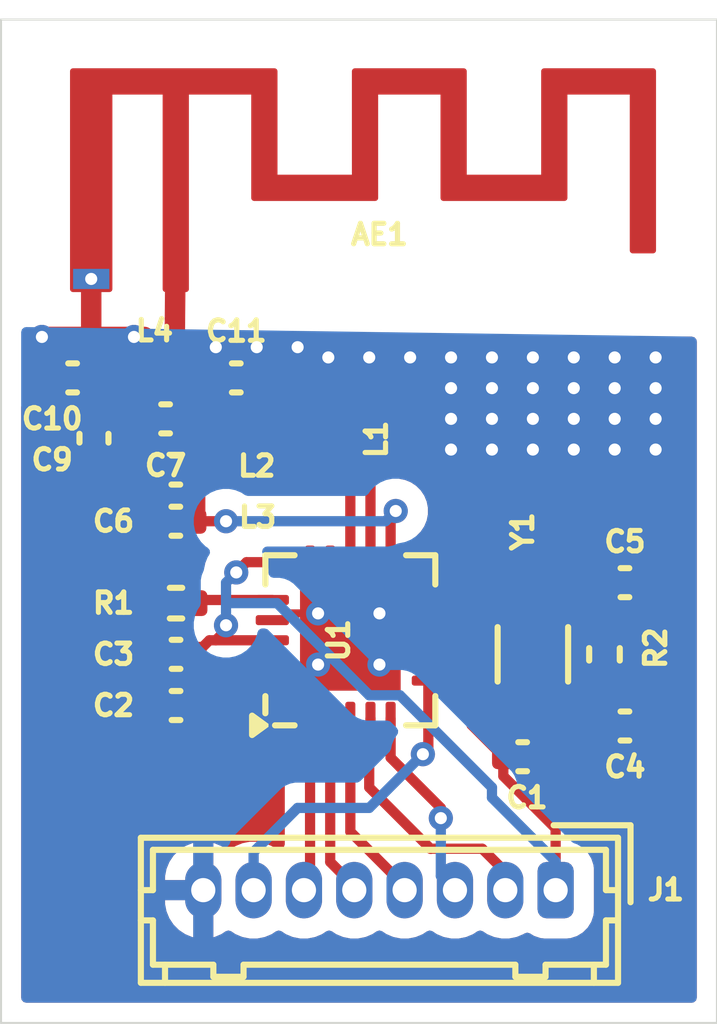
<source format=kicad_pcb>
(kicad_pcb (version 20241229) (generator "pcbnew") (generator_version "9.0")
  (layers (0 "F.Cu" signal) (2 "B.Cu" signal) (13 "F.Paste" user) (15 "B.Paste" user) (5 "F.SilkS" user "F.Silkscreen") (7 "B.SilkS" user "B.Silkscreen") (1 "F.Mask" user) (3 "B.Mask" user) (25 "Edge.Cuts" user))
  (net 0 "")
  (net 1 "Net-(AE1-A)")
  (net 2 "GND")
  (net 3 "VDD")
  (net 4 "Net-(U1-DVDD)")
  (net 5 "Net-(U1-XC2)")
  (net 6 "Net-(U1-XC1)")
  (net 7 "Net-(U1-VDD_PA)")
  (net 8 "Net-(C10-Pad1)")
  (net 9 "Net-(C7-Pad1)")
  (net 10 "Net-(J1-Pin_3)")
  (net 11 "Net-(J1-Pin_4)")
  (net 12 "Net-(J1-Pin_7)")
  (net 13 "Net-(J1-Pin_2)")
  (net 14 "Net-(J1-Pin_6)")
  (net 15 "Net-(J1-Pin_5)")
  (net 16 "Net-(U1-ANT1)")
  (net 17 "Net-(U1-ANT2)")
  (net 18 "Net-(U1-IREF)")
  (footprint "Capacitor_SMD:C_0402_1005Metric" (layer "F.Cu") (at 82.296 56.642)
    (property "Reference" "C5" (at 0 -1.016 0) (layer "F.SilkS") (effects (font (size 0.508 0.508) (thickness 0.1524))))
    (property "Value" "22pF")
    (fp_line (start -0.107836 -0.36) (end 0.107836 -0.36) (stroke (width 0.1524)) (layer "F.SilkS"))
    (fp_line (start -0.107836 0.36) (end 0.107836 0.36) (stroke (width 0.1524)) (layer "F.SilkS"))
    (pad "1" smd roundrect (at -0.48 0) (size 0.56 0.62) (layers "F.Cu" "F.Mask" "F.Paste") (net 6 "Net-(U1-XC1)"))
    (pad "2" smd roundrect (at 0.48 0) (size 0.56 0.62) (layers "F.Cu" "F.Mask" "F.Paste") (net 2 "GND"))
  )
  (footprint "Inductor_SMD:L_0402_1005Metric" (layer "F.Cu") (at 73.152 52.578 180)
    (property "Reference" "L2" (at 0 -1.17 0) (layer "F.SilkS") (effects (font (size 0.508 0.508) (thickness 0.1524))))
    (property "Value" "3n9")
    (pad "1" smd roundrect (at -0.485 0 180) (size 0.59 0.64) (layers "F.Cu" "F.Mask" "F.Paste") (net 16 "Net-(U1-ANT1)"))
    (pad "2" smd roundrect (at 0.485 0 180) (size 0.59 0.64) (layers "F.Cu" "F.Mask" "F.Paste") (net 9 "Net-(C7-Pad1)"))
  )
  (footprint "Inductor_SMD:L_0402_1005Metric" (layer "F.Cu") (at 74.953 53.086 -90)
    (property "Reference" "L1" (at 0 -1.17 90) (layer "F.SilkS") (effects (font (size 0.508 0.508) (thickness 0.1524))))
    (property "Value" "8n2")
    (pad "1" smd roundrect (at -0.485 0 270) (size 0.59 0.64) (layers "F.Cu" "F.Mask" "F.Paste") (net 16 "Net-(U1-ANT1)"))
    (pad "2" smd roundrect (at 0.485 0 270) (size 0.59 0.64) (layers "F.Cu" "F.Mask" "F.Paste") (net 17 "Net-(U1-ANT2)"))
  )
  (footprint "Capacitor_SMD:C_0402_1005Metric" (layer "F.Cu") (at 72.644 51.562)
    (property "Reference" "C11" (at 0 -1.16 0) (layer "F.SilkS") (effects (font (size 0.508 0.508) (thickness 0.1524))))
    (property "Value" "cx")
    (fp_line (start -0.107836 -0.36) (end 0.107836 -0.36) (stroke (width 0.1524)) (layer "F.SilkS"))
    (fp_line (start -0.107836 0.36) (end 0.107836 0.36) (stroke (width 0.1524)) (layer "F.SilkS"))
    (pad "1" smd roundrect (at -0.48 0) (size 0.56 0.62) (layers "F.Cu" "F.Mask" "F.Paste") (net 1 "Net-(AE1-A)"))
    (pad "2" smd roundrect (at 0.48 0) (size 0.56 0.62) (layers "F.Cu" "F.Mask" "F.Paste") (net 2 "GND"))
  )
  (footprint "Capacitor_SMD:C_0402_1005Metric" (layer "F.Cu") (at 69.111 53.058 -90)
    (property "Reference" "C9" (at 0.536 1.039 180) (layer "F.SilkS") (effects (font (size 0.508 0.508) (thickness 0.1524))))
    (property "Value" "1p")
    (fp_line (start -0.107836 0.36) (end 0.107836 0.36) (stroke (width 0.1524)) (layer "F.SilkS"))
    (fp_line (start -0.107836 -0.36) (end 0.107836 -0.36) (stroke (width 0.1524)) (layer "F.SilkS"))
    (pad "1" smd roundrect (at -0.48 0 270) (size 0.56 0.62) (layers "F.Cu" "F.Mask" "F.Paste") (net 8 "Net-(C10-Pad1)"))
    (pad "2" smd roundrect (at 0.48 0 270) (size 0.56 0.62) (layers "F.Cu" "F.Mask" "F.Paste") (net 2 "GND"))
  )
  (footprint "Capacitor_SMD:C_0402_1005Metric" (layer "F.Cu") (at 71.148 58.42 180)
    (property "Reference" "C3" (at 1.552 0 0) (layer "F.SilkS") (effects (font (size 0.508 0.508) (thickness 0.1524))))
    (property "Value" "10n")
    (fp_line (start -0.107836 0.36) (end 0.107836 0.36) (stroke (width 0.1524)) (layer "F.SilkS"))
    (fp_line (start -0.107836 -0.36) (end 0.107836 -0.36) (stroke (width 0.1524)) (layer "F.SilkS"))
    (pad "1" smd roundrect (at -0.48 0 180) (size 0.56 0.62) (layers "F.Cu" "F.Mask" "F.Paste") (net 3 "VDD"))
    (pad "2" smd roundrect (at 0.48 0 180) (size 0.56 0.62) (layers "F.Cu" "F.Mask" "F.Paste") (net 2 "GND"))
  )
  (footprint "Connector_Hirose:Hirose_DF13-08P-1.25DSA_1x08_P1.25mm_Vertical" (layer "F.Cu") (at 80.575 64.27 180)
    (property "Reference" "J1" (at -2.737 0.008 0) (layer "F.SilkS") (effects (font (size 0.508 0.508) (thickness 0.1524))))
    (property "Value" "Conn_01x08_Pin")
    (fp_line (start 10.3 1.3) (end 10.3 -2.3) (stroke (width 0.1524)) (layer "F.SilkS"))
    (fp_line (start 10.3 -0.75) (end 10 -0.75) (stroke (width 0.1524)) (layer "F.SilkS"))
    (fp_line (start 10.3 -2.3) (end -1.55 -2.3) (stroke (width 0.1524)) (layer "F.SilkS"))
    (fp_line (start 10 1) (end 10 0) (stroke (width 0.1524)) (layer "F.SilkS"))
    (fp_line (start 10 0) (end 10.3 0) (stroke (width 0.1524)) (layer "F.SilkS"))
    (fp_line (start 10 -0.75) (end 10 -1.85) (stroke (width 0.1524)) (layer "F.SilkS"))
    (fp_line (start 10 -1.85) (end 9.7 -1.85) (stroke (width 0.1524)) (layer "F.SilkS"))
    (fp_line (start 9.7 -1.85) (end 9.7 -2.3) (stroke (width 0.1524)) (layer "F.SilkS"))
    (fp_line (start 8.5 -1.85) (end 9.7 -1.85) (stroke (width 0.1524)) (layer "F.SilkS"))
    (fp_line (start 8.5 -2.15) (end 8.5 -1.85) (stroke (width 0.1524)) (layer "F.SilkS"))
    (fp_line (start 7.75 -1.85) (end 7.75 -2.15) (stroke (width 0.1524)) (layer "F.SilkS"))
    (fp_line (start 7.75 -2.15) (end 8.5 -2.15) (stroke (width 0.1524)) (layer "F.SilkS"))
    (fp_line (start 1 -1.85) (end 7.75 -1.85) (stroke (width 0.1524)) (layer "F.SilkS"))
    (fp_line (start 1 -2.15) (end 1 -1.85) (stroke (width 0.1524)) (layer "F.SilkS"))
    (fp_line (start 0.25 -1.85) (end 0.25 -2.15) (stroke (width 0.1524)) (layer "F.SilkS"))
    (fp_line (start 0.25 -2.15) (end 1 -2.15) (stroke (width 0.1524)) (layer "F.SilkS"))
    (fp_line (start -0.95 -1.85) (end 0.25 -1.85) (stroke (width 0.1524)) (layer "F.SilkS"))
    (fp_line (start -0.95 -1.85) (end -0.95 -2.3) (stroke (width 0.1524)) (layer "F.SilkS"))
    (fp_line (start -1.25 1) (end 10 1) (stroke (width 0.1524)) (layer "F.SilkS"))
    (fp_line (start -1.25 0) (end -1.25 1) (stroke (width 0.1524)) (layer "F.SilkS"))
    (fp_line (start -1.25 -0.75) (end -1.25 -1.85) (stroke (width 0.1524)) (layer "F.SilkS"))
    (fp_line (start -1.25 -1.85) (end -0.95 -1.85) (stroke (width 0.1524)) (layer "F.SilkS"))
    (fp_line (start -1.55 1.3) (end 10.3 1.3) (stroke (width 0.1524)) (layer "F.SilkS"))
    (fp_line (start -1.55 0) (end -1.25 0) (stroke (width 0.1524)) (layer "F.SilkS"))
    (fp_line (start -1.55 -0.75) (end -1.25 -0.75) (stroke (width 0.1524)) (layer "F.SilkS"))
    (fp_line (start -1.55 -2.3) (end -1.55 1.3) (stroke (width 0.1524)) (layer "F.SilkS"))
    (fp_line (start -1.86 1.61) (end 0.05 1.61) (stroke (width 0.1524)) (layer "F.SilkS"))
    (fp_line (start -1.86 -0.3) (end -1.86 1.61) (stroke (width 0.1524)) (layer "F.SilkS"))
    (pad "1" thru_hole roundrect (at 0 0 180) (size 0.9 1.4) (drill 0.6) (layers "*.Cu" "*.Mask") (net 3 "VDD"))
    (pad "2" thru_hole oval (at 1.25 0 180) (size 0.9 1.4) (drill 0.6) (layers "*.Cu" "*.Mask") (net 13 "Net-(J1-Pin_2)"))
    (pad "3" thru_hole oval (at 2.5 0 180) (size 0.9 1.4) (drill 0.6) (layers "*.Cu" "*.Mask") (net 10 "Net-(J1-Pin_3)"))
    (pad "4" thru_hole oval (at 3.75 0 180) (size 0.9 1.4) (drill 0.6) (layers "*.Cu" "*.Mask") (net 11 "Net-(J1-Pin_4)"))
    (pad "5" thru_hole oval (at 5 0 180) (size 0.9 1.4) (drill 0.6) (layers "*.Cu" "*.Mask") (net 15 "Net-(J1-Pin_5)"))
    (pad "6" thru_hole oval (at 6.25 0 180) (size 0.9 1.4) (drill 0.6) (layers "*.Cu" "*.Mask") (net 14 "Net-(J1-Pin_6)"))
    (pad "7" thru_hole oval (at 7.5 0 180) (size 0.9 1.4) (drill 0.6) (layers "*.Cu" "*.Mask") (net 12 "Net-(J1-Pin_7)"))
    (pad "8" thru_hole oval (at 8.75 0 180) (size 0.9 1.4) (drill 0.6) (layers "*.Cu" "*.Mask") (net 2 "GND"))
  )
  (footprint "Capacitor_SMD:C_0402_1005Metric" (layer "F.Cu") (at 71.148 59.69 180)
    (property "Reference" "C2" (at 1.552 0 0) (layer "F.SilkS") (effects (font (size 0.508 0.508) (thickness 0.1524))))
    (property "Value" "33nF")
    (fp_line (start -0.107836 0.36) (end 0.107836 0.36) (stroke (width 0.1524)) (layer "F.SilkS"))
    (fp_line (start -0.107836 -0.36) (end 0.107836 -0.36) (stroke (width 0.1524)) (layer "F.SilkS"))
    (pad "1" smd roundrect (at -0.48 0 180) (size 0.56 0.62) (layers "F.Cu" "F.Mask" "F.Paste") (net 4 "Net-(U1-DVDD)"))
    (pad "2" smd roundrect (at 0.48 0 180) (size 0.56 0.62) (layers "F.Cu" "F.Mask" "F.Paste") (net 2 "GND"))
  )
  (footprint "Package_DFN_QFN:QFN-20-1EP_4x4mm_P0.5mm_EP2.5x2.5mm" (layer "F.Cu") (at 75.477 58.0715 90)
    (property "Reference" "U1" (at 0 -0.293 90) (layer "F.SilkS") (effects (font (size 0.508 0.508) (thickness 0.1524))))
    (property "Value" "NRF24L01")
    (fp_line (start 2.11 -2.11) (end 2.11 -1.385) (stroke (width 0.1524)) (layer "F.SilkS"))
    (fp_line (start 1.385 -2.11) (end 2.11 -2.11) (stroke (width 0.1524)) (layer "F.SilkS"))
    (fp_line (start -1.385 -2.11) (end -1.81 -2.11) (stroke (width 0.1524)) (layer "F.SilkS"))
    (fp_line (start -2.11 -1.385) (end -2.11 -1.87) (stroke (width 0.1524)) (layer "F.SilkS"))
    (fp_line (start 2.11 2.11) (end 2.11 1.385) (stroke (width 0.1524)) (layer "F.SilkS"))
    (fp_line (start 1.385 2.11) (end 2.11 2.11) (stroke (width 0.1524)) (layer "F.SilkS"))
    (fp_line (start -1.385 2.11) (end -2.11 2.11) (stroke (width 0.1524)) (layer "F.SilkS"))
    (fp_line (start -2.11 2.11) (end -2.11 1.385) (stroke (width 0.1524)) (layer "F.SilkS"))
    (fp_poly (pts (xy -2.11 -2.11) (xy -2.35 -2.44) (xy -1.87 -2.44)) (stroke (width 0.1524)) (fill yes) (layer "F.SilkS"))
    (pad "1" smd roundrect (at -1.9375 -1 90) (size 0.825 0.25) (layers "F.Cu" "F.Mask" "F.Paste") (net 14 "Net-(J1-Pin_6)"))
    (pad "2" smd roundrect (at -1.9375 -0.5 90) (size 0.825 0.25) (layers "F.Cu" "F.Mask" "F.Paste") (net 15 "Net-(J1-Pin_5)"))
    (pad "3" smd roundrect (at -1.9375 0 90) (size 0.825 0.25) (layers "F.Cu" "F.Mask" "F.Paste") (net 11 "Net-(J1-Pin_4)"))
    (pad "4" smd roundrect (at -1.9375 0.5 90) (size 0.825 0.25) (layers "F.Cu" "F.Mask" "F.Paste") (net 13 "Net-(J1-Pin_2)"))
    (pad "5" smd roundrect (at -1.9375 1 90) (size 0.825 0.25) (layers "F.Cu" "F.Mask" "F.Paste") (net 10 "Net-(J1-Pin_3)"))
    (pad "6" smd roundrect (at -1 1.9375 90) (size 0.25 0.825) (layers "F.Cu" "F.Mask" "F.Paste") (net 12 "Net-(J1-Pin_7)"))
    (pad "7" smd roundrect (at -0.5 1.9375 90) (size 0.25 0.825) (layers "F.Cu" "F.Mask" "F.Paste") (net 3 "VDD"))
    (pad "8" smd roundrect (at 0 1.9375 90) (size 0.25 0.825) (layers "F.Cu" "F.Mask" "F.Paste") (net 2 "GND"))
    (pad "9" smd roundrect (at 0.5 1.9375 90) (size 0.25 0.825) (layers "F.Cu" "F.Mask" "F.Paste") (net 5 "Net-(U1-XC2)"))
    (pad "10" smd roundrect (at 1 1.9375 90) (size 0.25 0.825) (layers "F.Cu" "F.Mask" "F.Paste") (net 6 "Net-(U1-XC1)"))
    (pad "11" smd roundrect (at 1.9375 1 90) (size 0.825 0.25) (layers "F.Cu" "F.Mask" "F.Paste") (net 7 "Net-(U1-VDD_PA)"))
    (pad "12" smd roundrect (at 1.9375 0.5 90) (size 0.825 0.25) (layers "F.Cu" "F.Mask" "F.Paste") (net 16 "Net-(U1-ANT1)"))
    (pad "13" smd roundrect (at 1.9375 0 90) (size 0.825 0.25) (layers "F.Cu" "F.Mask" "F.Paste") (net 17 "Net-(U1-ANT2)"))
    (pad "14" smd roundrect (at 1.9375 -0.5 90) (size 0.825 0.25) (layers "F.Cu" "F.Mask" "F.Paste") (net 2 "GND"))
    (pad "15" smd roundrect (at 1.9375 -1 90) (size 0.825 0.25) (layers "F.Cu" "F.Mask" "F.Paste") (net 3 "VDD"))
    (pad "16" smd roundrect (at 1 -1.9375 90) (size 0.25 0.825) (layers "F.Cu" "F.Mask" "F.Paste") (net 18 "Net-(U1-IREF)"))
    (pad "17" smd roundrect (at 0.5 -1.9375 90) (size 0.25 0.825) (layers "F.Cu" "F.Mask" "F.Paste") (net 2 "GND"))
    (pad "18" smd roundrect (at 0 -1.9375 90) (size 0.25 0.825) (layers "F.Cu" "F.Mask" "F.Paste") (net 3 "VDD"))
    (pad "19" smd roundrect (at -0.5 -1.9375 90) (size 0.25 0.825) (layers "F.Cu" "F.Mask" "F.Paste") (net 4 "Net-(U1-DVDD)"))
    (pad "20" smd roundrect (at -1 -1.9375 90) (size 0.25 0.825) (layers "F.Cu" "F.Mask" "F.Paste") (net 2 "GND"))
    (pad "21" smd rect (at 0 0 90) (size 2.5 2.5) (property pad_prop_heatsink) (layers "F.Cu" "F.Mask"))
  )
  (footprint "Crystal:Crystal_SMD_3215-2Pin_3.2x1.5mm" (layer "F.Cu") (at 80.01 58.42 -90)
    (property "Reference" "Y1" (at -3.048 0.254 90) (layer "F.SilkS") (effects (font (size 0.508 0.508) (thickness 0.1524))))
    (property "Value" "16MHz")
    (fp_line (start -0.675 0.875) (end 0.675 0.875) (stroke (width 0.1524)) (layer "F.SilkS"))
    (fp_line (start -0.675 -0.875) (end 0.675 -0.875) (stroke (width 0.1524)) (layer "F.SilkS"))
    (pad "1" smd rect (at 1.25 0 270) (size 1 1.8) (layers "F.Cu" "F.Mask" "F.Paste") (net 5 "Net-(U1-XC2)"))
    (pad "2" smd rect (at -1.25 0 270) (size 1 1.8) (layers "F.Cu" "F.Mask" "F.Paste") (net 6 "Net-(U1-XC1)"))
  )
  (footprint "Capacitor_SMD:C_0402_1005Metric" (layer "F.Cu") (at 79.756 60.96)
    (property "Reference" "C1" (at 0.107836 1.016 0) (layer "F.SilkS") (effects (font (size 0.508 0.508) (thickness 0.1524))))
    (property "Value" "1n")
    (fp_line (start -0.107836 -0.36) (end 0.107836 -0.36) (stroke (width 0.1524)) (layer "F.SilkS"))
    (fp_line (start -0.107836 0.36) (end 0.107836 0.36) (stroke (width 0.1524)) (layer "F.SilkS"))
    (pad "1" smd roundrect (at -0.48 0) (size 0.56 0.62) (layers "F.Cu" "F.Mask" "F.Paste") (net 3 "VDD"))
    (pad "2" smd roundrect (at 0.48 0) (size 0.56 0.62) (layers "F.Cu" "F.Mask" "F.Paste") (net 2 "GND"))
  )
  (footprint "Capacitor_SMD:C_0402_1005Metric" (layer "F.Cu") (at 71.143 55.118 180)
    (property "Reference" "C6" (at 1.547 0 0) (layer "F.SilkS") (effects (font (size 0.508 0.508) (thickness 0.1524))))
    (property "Value" "C_Small")
    (fp_line (start -0.107836 0.36) (end 0.107836 0.36) (stroke (width 0.1524)) (layer "F.SilkS"))
    (fp_line (start -0.107836 -0.36) (end 0.107836 -0.36) (stroke (width 0.1524)) (layer "F.SilkS"))
    (pad "1" smd roundrect (at -0.48 0 180) (size 0.56 0.62) (layers "F.Cu" "F.Mask" "F.Paste") (net 7 "Net-(U1-VDD_PA)"))
    (pad "2" smd roundrect (at 0.48 0 180) (size 0.56 0.62) (layers "F.Cu" "F.Mask" "F.Paste") (net 2 "GND"))
  )
  (footprint "Resistor_SMD:R_0402_1005Metric" (layer "F.Cu") (at 71.148 57.15 180)
    (property "Reference" "R1" (at 1.552 0 0) (layer "F.SilkS") (effects (font (size 0.508 0.508) (thickness 0.1524))))
    (property "Value" "22k")
    (fp_line (start -0.153641 0.38) (end 0.153641 0.38) (stroke (width 0.1524)) (layer "F.SilkS"))
    (fp_line (start -0.153641 -0.38) (end 0.153641 -0.38) (stroke (width 0.1524)) (layer "F.SilkS"))
    (pad "1" smd roundrect (at -0.51 0 180) (size 0.54 0.64) (layers "F.Cu" "F.Mask" "F.Paste") (net 18 "Net-(U1-IREF)"))
    (pad "2" smd roundrect (at 0.51 0 180) (size 0.54 0.64) (layers "F.Cu" "F.Mask" "F.Paste") (net 2 "GND"))
  )
  (footprint "Capacitor_SMD:C_0402_1005Metric" (layer "F.Cu") (at 68.58 51.562 180)
    (property "Reference" "C10" (at 0.508 -1.016 0) (layer "F.SilkS") (effects (font (size 0.508 0.508) (thickness 0.1524))))
    (property "Value" "cx")
    (fp_line (start -0.107836 0.36) (end 0.107836 0.36) (stroke (width 0.1524)) (layer "F.SilkS"))
    (fp_line (start -0.107836 -0.36) (end 0.107836 -0.36) (stroke (width 0.1524)) (layer "F.SilkS"))
    (pad "1" smd roundrect (at -0.48 0 180) (size 0.56 0.62) (layers "F.Cu" "F.Mask" "F.Paste") (net 8 "Net-(C10-Pad1)"))
    (pad "2" smd roundrect (at 0.48 0 180) (size 0.56 0.62) (layers "F.Cu" "F.Mask" "F.Paste") (net 2 "GND"))
  )
  (footprint "Capacitor_SMD:C_0402_1005Metric" (layer "F.Cu") (at 82.296 60.198)
    (property "Reference" "C4" (at 0 1.016 0) (layer "F.SilkS") (effects (font (size 0.508 0.508) (thickness 0.1524))))
    (property "Value" "22pF")
    (fp_line (start -0.107836 -0.36) (end 0.107836 -0.36) (stroke (width 0.1524)) (layer "F.SilkS"))
    (fp_line (start -0.107836 0.36) (end 0.107836 0.36) (stroke (width 0.1524)) (layer "F.SilkS"))
    (pad "1" smd roundrect (at -0.48 0) (size 0.56 0.62) (layers "F.Cu" "F.Mask" "F.Paste") (net 5 "Net-(U1-XC2)"))
    (pad "2" smd roundrect (at 0.48 0) (size 0.56 0.62) (layers "F.Cu" "F.Mask" "F.Paste") (net 2 "GND"))
  )
  (footprint "Inductor_SMD:L_0402_1005Metric" (layer "F.Cu") (at 70.612 51.562)
    (property "Reference" "L4" (at 0 -1.17 0) (layer "F.SilkS") (effects (font (size 0.508 0.508) (thickness 0.1524))))
    (property "Value" "lx")
    (pad "1" smd roundrect (at -0.485 0) (size 0.59 0.64) (layers "F.Cu" "F.Mask" "F.Paste") (net 8 "Net-(C10-Pad1)"))
    (pad "2" smd roundrect (at 0.485 0) (size 0.59 0.64) (layers "F.Cu" "F.Mask" "F.Paste") (net 1 "Net-(AE1-A)"))
  )
  (footprint "Resistor_SMD:R_0402_1005Metric" (layer "F.Cu") (at 81.788 58.42 90)
    (property "Reference" "R2" (at 0.153641 1.27 90) (layer "F.SilkS") (effects (font (size 0.508 0.508) (thickness 0.1524))))
    (property "Value" "10M")
    (fp_line (start -0.153641 -0.38) (end 0.153641 -0.38) (stroke (width 0.1524)) (layer "F.SilkS"))
    (fp_line (start -0.153641 0.38) (end 0.153641 0.38) (stroke (width 0.1524)) (layer "F.SilkS"))
    (pad "1" smd roundrect (at -0.51 0 90) (size 0.54 0.64) (layers "F.Cu" "F.Mask" "F.Paste") (net 5 "Net-(U1-XC2)"))
    (pad "2" smd roundrect (at 0.51 0 90) (size 0.54 0.64) (layers "F.Cu" "F.Mask" "F.Paste") (net 6 "Net-(U1-XC1)"))
  )
  (footprint "RF_Antenna:Texas_SWRA117D_2.4GHz_Right" (layer "F.Cu") (at 71.142 49.107)
    (property "Reference" "AE1" (at 5.058 -1.101 0) (layer "F.SilkS") (effects (font (size 0.508 0.508) (thickness 0.1524))))
    (property "Value" "Antenna")
    (fp_poly (pts (xy 2.45 -2.51) (xy 4.45 -2.51) (xy 4.45 -5.15) (xy 7.15 -5.15) (xy 7.15 -2.51) (xy 9.15 -2.51) (xy 9.15 -5.15) (xy 11.85 -5.15) (xy 11.85 -0.71) (xy 11.35 -0.71) (xy 11.35 -4.65) (xy 9.65 -4.65) (xy 9.65 -2.01) (xy 6.65 -2.01) (xy 6.65 -4.65) (xy 4.95 -4.65) (xy 4.95 -2.01) (xy 1.95 -2.01) (xy 1.95 -4.65) (xy 0.25 -4.65) (xy 0.25 0.25) (xy -0.25 0.25) (xy -0.25 -4.65) (xy -1.65 -4.65) (xy -1.65 0.25) (xy -2.55 0.25) (xy -2.55 0.006785) (xy -2.247583 0.006785) (xy -2.237742 0.054395) (xy -2.213674 0.096797) (xy -2.175731 0.129581) (xy -2.167819 0.133935) (xy -2.125156 0.146043) (xy -2.076637 0.1453) (xy -2.031122 0.1324) (xy -2.012511 0.121787) (xy -1.978868 0.086553) (xy -1.958309 0.041368) (xy -1.951778 -0.008158) (xy -1.960218 -0.056417) (xy -1.977112 -0.088643) (xy -2.012372 -0.121313) (xy -2.057682 -0.141408) (xy -2.107267 -0.147982) (xy -2.155353 -0.140092) (xy -2.188245 -0.123186) (xy -2.223185 -0.086416) (xy -2.242847 -0.041622) (xy -2.247583 0.006785) (xy -2.55 0.006785) (xy -2.55 -5.15) (xy 2.45 -5.15) (xy 2.45 -2.51)) (stroke (width 0.1524)) (fill yes) (layer "F.Cu") (net 1))
    (pad "1" connect rect (at 0 0) (size 0.5 0.5) (layers "F.Cu") (net 1 "Net-(AE1-A)"))
    (pad "2" thru_hole rect (at -2.1 0) (size 0.9 0.5) (drill 0.3) (layers "*.Cu"))
  )
  (footprint "Capacitor_SMD:C_0402_1005Metric" (layer "F.Cu") (at 71.143 53.848 180)
    (property "Reference" "C8" (hide yes))
    (property "Value" "C_Small")
    (fp_line (start -0.107836 0.36) (end 0.107836 0.36) (stroke (width 0.1524)) (layer "F.SilkS"))
    (fp_line (start -0.107836 -0.36) (end 0.107836 -0.36) (stroke (width 0.1524)) (layer "F.SilkS"))
    (pad "1" smd roundrect (at -0.48 0 180) (size 0.56 0.62) (layers "F.Cu" "F.Mask" "F.Paste") (net 7 "Net-(U1-VDD_PA)"))
    (pad "2" smd roundrect (at 0.48 0 180) (size 0.56 0.62) (layers "F.Cu" "F.Mask" "F.Paste") (net 2 "GND"))
  )
  (footprint "Capacitor_SMD:C_0402_1005Metric" (layer "F.Cu") (at 70.889 52.578 180)
    (property "Reference" "C7" (at 0 -1.16 0) (layer "F.SilkS") (effects (font (size 0.508 0.508) (thickness 0.1524))))
    (property "Value" "1p5")
    (fp_line (start -0.107836 0.36) (end 0.107836 0.36) (stroke (width 0.1524)) (layer "F.SilkS"))
    (fp_line (start -0.107836 -0.36) (end 0.107836 -0.36) (stroke (width 0.1524)) (layer "F.SilkS"))
    (pad "1" smd roundrect (at -0.48 0 180) (size 0.56 0.62) (layers "F.Cu" "F.Mask" "F.Paste") (net 9 "Net-(C7-Pad1)"))
    (pad "2" smd roundrect (at 0.48 0 180) (size 0.56 0.62) (layers "F.Cu" "F.Mask" "F.Paste") (net 8 "Net-(C10-Pad1)"))
  )
  (footprint "Inductor_SMD:L_0402_1005Metric" (layer "F.Cu") (at 73.175 53.848 180)
    (property "Reference" "L3" (at 0 -1.17 0) (layer "F.SilkS") (effects (font (size 0.508 0.508) (thickness 0.1524))))
    (property "Value" "2n7")
    (pad "1" smd roundrect (at -0.485 0 180) (size 0.59 0.64) (layers "F.Cu" "F.Mask" "F.Paste") (net 17 "Net-(U1-ANT2)"))
    (pad "2" smd roundrect (at 0.485 0 180) (size 0.59 0.64) (layers "F.Cu" "F.Mask" "F.Paste") (net 7 "Net-(U1-VDD_PA)"))
  )
  (gr_line (start 67.818 50.546) (end 70.358 50.546) (stroke (width 0.508)) (layer "F.Cu") (net 2))
  (gr_line (start 68.834 50.546) (end 67.818 50.546) (stroke (width 0.2)) (layer "F.Cu") (net 2))
  (gr_line (start 73.66 59.182) (end 74.676 58.674) (stroke (width 0.2)) (layer "F.Cu"))
  (gr_line (start 74.93 56.134) (end 74.676 57.404) (stroke (width 0.2)) (layer "F.Cu") (net 2))
  (gr_line (start 71.131 49.0645) (end 71.109 51.5195) (stroke (width 0.508)) (layer "F.Cu") (net 1))
  (gr_line (start 74.676 57.404) (end 73.914 57.404) (stroke (width 0.2)) (layer "F.Cu") (net 2))
  (gr_line (start 77.216 58.166) (end 76.454 58.674) (stroke (width 0.2)) (layer "F.Cu") (net 2))
  (gr_line (start 66.802 42.672) (end 66.802 67.564) (stroke (width 0.05)) (layer "Edge.Cuts"))
  (gr_line (start 66.802 67.564) (end 84.582 67.564) (stroke (width 0.05)) (layer "Edge.Cuts"))
  (gr_line (start 84.582 67.564) (end 84.582 42.672) (stroke (width 0.05)) (layer "Edge.Cuts"))
  (gr_line (start 66.802 42.672) (end 84.582 42.672) (stroke (width 0.05)) (layer "Edge.Cuts"))
  (segment (start 71.142 51.517) (end 71.097 51.562) (width 0.508) (layer "F.Cu") (net 1))
  (segment (start 72.164 51.562) (end 71.097 51.562) (width 0.508) (layer "F.Cu") (net 1))
  (segment (start 71.825 64.27) (end 71.825 63.951) (width 0.254) (layer "F.Cu") (net 2))
  (segment (start 69.042 49.107) (end 69.042 50.5) (width 0.508) (layer "F.Cu") (net 2))
  (segment (start 69.042 50.5) (end 69.088 50.546) (width 0.254) (layer "F.Cu") (net 2))
  (segment (start 70.638 55.143) (end 70.663 55.118) (width 0.254) (layer "F.Cu") (net 2))
  (segment (start 82.776 60.507999) (end 82.776 60.198) (width 0.254) (layer "F.Cu") (net 2))
  (segment (start 70.668 57.18) (end 70.638 57.15) (width 0.254) (layer "F.Cu") (net 2))
  (segment (start 69.111 53.538) (end 69.095268 53.538) (width 0.254) (layer "F.Cu") (net 2))
  (via (at 75.946 51.054) (size 0.6) (drill 0.3) (layers "F.Cu" "B.Cu") (net 2))
  (via (at 81.026 51.054) (size 0.6) (drill 0.3) (layers "F.Cu" "B.Cu") (net 2))
  (via (at 83.058 53.34) (size 0.6) (drill 0.3) (layers "F.Cu" "B.Cu") (net 2))
  (via (at 80.01 51.816) (size 0.6) (drill 0.3) (layers "F.Cu" "B.Cu") (net 2))
  (via (at 77.978 52.578) (size 0.6) (drill 0.3) (layers "F.Cu" "B.Cu") (net 2))
  (via (at 80.01 51.054) (size 0.6) (drill 0.3) (layers "F.Cu" "B.Cu") (net 2))
  (via (at 74.168 50.8) (size 0.6) (drill 0.3) (layers "F.Cu" "B.Cu") (net 2))
  (via (at 82.042 51.054) (size 0.6) (drill 0.3) (layers "F.Cu" "B.Cu") (net 2))
  (via (at 77.978 51.054) (size 0.6) (drill 0.3) (layers "F.Cu" "B.Cu") (net 2))
  (via (at 81.026 52.578) (size 0.6) (drill 0.3) (layers "F.Cu" "B.Cu") (net 2))
  (via (at 83.058 52.578) (size 0.6) (drill 0.3) (layers "F.Cu" "B.Cu") (net 2))
  (via (at 82.042 52.578) (size 0.6) (drill 0.3) (layers "F.Cu" "B.Cu") (net 2))
  (via (at 78.994 51.816) (size 0.6) (drill 0.3) (layers "F.Cu" "B.Cu") (net 2))
  (via (at 76.962 51.054) (size 0.6) (drill 0.3) (layers "F.Cu" "B.Cu") (net 2))
  (via (at 82.042 51.816) (size 0.6) (drill 0.3) (layers "F.Cu" "B.Cu") (net 2))
  (via (at 73.152 50.8) (size 0.6) (drill 0.3) (layers "F.Cu" "B.Cu") (net 2))
  (via (at 83.058 51.054) (size 0.6) (drill 0.3) (layers "F.Cu" "B.Cu") (net 2))
  (via (at 76.2 57.404) (size 0.6) (drill 0.3) (layers "F.Cu" "B.Cu") (net 2))
  (via (at 70.104 50.546) (size 0.6) (drill 0.3) (layers "F.Cu" "B.Cu") (net 2))
  (via (at 72.136 50.8) (size 0.6) (drill 0.3) (layers "F.Cu" "B.Cu") (net 2))
  (via (at 77.978 53.34) (size 0.6) (drill 0.3) (layers "F.Cu" "B.Cu") (net 2))
  (via (at 74.93 51.054) (size 0.6) (drill 0.3) (layers "F.Cu" "B.Cu") (net 2))
  (via (at 82.042 53.34) (size 0.6) (drill 0.3) (layers "F.Cu" "B.Cu") (net 2))
  (via (at 67.818 50.546) (size 0.6) (drill 0.3) (layers "F.Cu" "B.Cu") (net 2))
  (via (at 76.2 58.674) (size 0.6) (drill 0.3) (layers "F.Cu" "B.Cu") (net 2))
  (via (at 74.676 57.404) (size 0.6) (drill 0.3) (layers "F.Cu" "B.Cu") (net 2))
  (via (at 81.026 51.816) (size 0.6) (drill 0.3) (layers "F.Cu" "B.Cu") (net 2))
  (via (at 80.01 53.34) (size 0.6) (drill 0.3) (layers "F.Cu" "B.Cu") (net 2))
  (via (at 80.01 52.578) (size 0.6) (drill 0.3) (layers "F.Cu" "B.Cu") (net 2))
  (via (at 74.676 58.674) (size 0.6) (drill 0.3) (layers "F.Cu" "B.Cu") (net 2))
  (via (at 83.058 51.816) (size 0.6) (drill 0.3) (layers "F.Cu" "B.Cu") (net 2))
  (via (at 78.994 51.054) (size 0.6) (drill 0.3) (layers "F.Cu" "B.Cu") (net 2))
  (via (at 78.994 53.34) (size 0.6) (drill 0.3) (layers "F.Cu" "B.Cu") (net 2))
  (via (at 81.026 53.34) (size 0.6) (drill 0.3) (layers "F.Cu" "B.Cu") (net 2))
  (via (at 78.994 52.578) (size 0.6) (drill 0.3) (layers "F.Cu" "B.Cu") (net 2))
  (via (at 77.978 51.816) (size 0.6) (drill 0.3) (layers "F.Cu" "B.Cu") (net 2))
  (segment (start 80.575 62.739) (end 80.575 64.27) (width 0.254) (layer "F.Cu") (net 3))
  (segment (start 72.136 58.0715) (end 71.9765 58.0715) (width 0.254) (layer "F.Cu") (net 3))
  (segment (start 79.276 61.44) (end 80.575 62.739) (width 0.254) (layer "F.Cu") (net 3))
  (segment (start 78.486 58.928) (end 78.486 60.17) (width 0.254) (layer "F.Cu") (net 3))
  (segment (start 78.1295 58.5715) (end 78.486 58.928) (width 0.254) (layer "F.Cu") (net 3))
  (segment (start 77.4145 58.5715) (end 78.1295 58.5715) (width 0.254) (layer "F.Cu") (net 3))
  (segment (start 71.9765 58.0715) (end 71.628 58.42) (width 0.254) (layer "F.Cu") (net 3))
  (segment (start 78.486 60.17) (end 79.276 60.96) (width 0.254) (layer "F.Cu") (net 3))
  (segment (start 72.39 57.6985) (end 72.39 57.8175) (width 0.254) (layer "F.Cu") (net 3))
  (segment (start 72.898 56.134) (end 72.644 56.388) (width 0.254) (layer "F.Cu") (net 3))
  (segment (start 73.5395 58.0715) (end 72.136 58.0715) (width 0.254) (layer "F.Cu") (net 3))
  (segment (start 74.477 56.134) (end 72.898 56.134) (width 0.254) (layer "F.Cu") (net 3))
  (segment (start 72.39 57.8175) (end 72.136 58.0715) (width 0.254) (layer "F.Cu") (net 3))
  (segment (start 79.276 60.96) (end 79.276 61.44) (width 0.254) (layer "F.Cu") (net 3))
  (via (at 72.39 57.6985) (size 0.6) (drill 0.3) (layers "F.Cu" "B.Cu") (net 3))
  (via (at 72.644 56.388) (size 0.6) (drill 0.3) (layers "F.Cu" "B.Cu") (net 3))
  (segment (start 78.994 61.976) (end 80.575 63.557) (width 0.254) (layer "B.Cu") (net 3))
  (segment (start 75.946 59.436) (end 76.708 59.436) (width 0.254) (layer "B.Cu") (net 3))
  (segment (start 72.39 56.642) (end 72.39 56.896) (width 0.254) (layer "B.Cu") (net 3))
  (segment (start 72.644 56.388) (end 72.39 56.642) (width 0.254) (layer "B.Cu") (net 3))
  (segment (start 73.66 57.15) (end 75.946 59.436) (width 0.254) (layer "B.Cu") (net 3))
  (segment (start 78.994 61.722) (end 78.994 61.976) (width 0.254) (layer "B.Cu") (net 3))
  (segment (start 76.708 59.436) (end 78.994 61.722) (width 0.254) (layer "B.Cu") (net 3))
  (segment (start 72.39 57.15) (end 73.66 57.15) (width 0.254) (layer "B.Cu") (net 3))
  (segment (start 80.575 63.557) (end 80.575 64.27) (width 0.254) (layer "B.Cu") (net 3))
  (segment (start 72.39 57.15) (end 72.39 57.6985) (width 0.254) (layer "B.Cu") (net 3))
  (segment (start 72.39 56.896) (end 72.39 57.15) (width 0.254) (layer "B.Cu") (net 3))
  (segment (start 73.5395 58.5715) (end 72.7465 58.5715) (width 0.254) (layer "F.Cu") (net 4))
  (segment (start 72.7465 58.5715) (end 71.628 59.69) (width 0.254) (layer "F.Cu") (net 4))
  (segment (start 81.788 58.93) (end 81.788 60.17) (width 0.254) (layer "F.Cu") (net 5))
  (segment (start 78.95 58.166) (end 80.01 58.166) (width 0.254) (layer "F.Cu") (net 5))
  (segment (start 81.816 60.198) (end 80.538 60.198) (width 0.254) (layer "F.Cu") (net 5))
  (segment (start 80.01 58.166) (end 80.518 58.674) (width 0.254) (layer "F.Cu") (net 5))
  (segment (start 81.788 60.17) (end 81.816 60.198) (width 0.254) (layer "F.Cu") (net 5))
  (segment (start 80.518 58.674) (end 80.01 59.182) (width 0.254) (layer "F.Cu") (net 5))
  (segment (start 78.3555 57.5715) (end 78.95 58.166) (width 0.254) (layer "F.Cu") (net 5))
  (segment (start 80.01 59.182) (end 80.01 59.67) (width 0.254) (layer "F.Cu") (net 5))
  (segment (start 77.4145 57.5715) (end 78.3555 57.5715) (width 0.254) (layer "F.Cu") (net 5))
  (segment (start 80.538 60.198) (end 80.01 59.67) (width 0.254) (layer "F.Cu") (net 5))
  (segment (start 81.816 56.642) (end 81.816 57.882) (width 0.254) (layer "F.Cu") (net 6))
  (segment (start 79.9115 57.0715) (end 80.01 57.17) (width 0.254) (layer "F.Cu") (net 6))
  (segment (start 77.4145 57.0715) (end 79.9115 57.0715) (width 0.254) (layer "F.Cu") (net 6))
  (segment (start 80.538 56.642) (end 80.01 57.17) (width 0.254) (layer "F.Cu") (net 6))
  (segment (start 81.816 56.642) (end 80.538 56.642) (width 0.254) (layer "F.Cu") (net 6))
  (segment (start 81.816 57.882) (end 81.788 57.91) (width 0.254) (layer "F.Cu") (net 6))
  (segment (start 71.623 53.848) (end 72.69 53.848) (width 0.508) (layer "F.Cu") (net 7))
  (segment (start 76.477 54.991) (end 76.604 54.864) (width 0.254) (layer "F.Cu") (net 7))
  (segment (start 72.39 55.118) (end 71.623 55.118) (width 0.254) (layer "F.Cu") (net 7))
  (segment (start 76.477 56.134) (end 76.477 54.991) (width 0.254) (layer "F.Cu") (net 7))
  (segment (start 71.623 53.848) (end 71.623 55.118) (width 0.508) (layer "F.Cu") (net 7))
  (via (at 76.604 54.864) (size 0.6) (drill 0.3) (layers "F.Cu" "B.Cu") (net 7))
  (via (at 72.39 55.118) (size 0.6) (drill 0.3) (layers "F.Cu" "B.Cu") (net 7))
  (segment (start 76.604 54.864) (end 76.35 55.118) (width 0.254) (layer "B.Cu") (net 7))
  (segment (start 76.35 55.118) (end 72.39 55.118) (width 0.254) (layer "B.Cu") (net 7))
  (segment (start 70.127 52.555) (end 70.127 51.562) (width 0.508) (layer "F.Cu") (net 8))
  (segment (start 69.111 52.578) (end 70.104 52.578) (width 0.508) (layer "F.Cu") (net 8))
  (segment (start 70.104 52.578) (end 70.127 52.555) (width 0.508) (layer "F.Cu") (net 8))
  (segment (start 69.06 52.527) (end 69.111 52.578) (width 0.508) (layer "F.Cu") (net 8))
  (segment (start 70.104 52.578) (end 70.409 52.578) (width 0.508) (layer "F.Cu") (net 8))
  (segment (start 69.06 51.562) (end 69.06 52.527) (width 0.508) (layer "F.Cu") (net 8))
  (segment (start 71.369 52.578) (end 72.667 52.578) (width 0.508) (layer "F.Cu") (net 9))
  (segment (start 77.724 62.23) (end 77.724 62.484) (width 0.254) (layer "F.Cu") (net 10))
  (segment (start 76.477 60.009) (end 76.477 60.983) (width 0.254) (layer "F.Cu") (net 10))
  (segment (start 76.477 60.983) (end 76.708 61.214) (width 0.254) (layer "F.Cu") (net 10))
  (segment (start 76.708 61.214) (end 77.724 62.23) (width 0.254) (layer "F.Cu") (net 10))
  (via (at 77.724 62.484) (size 0.6) (drill 0.3) (layers "F.Cu" "B.Cu") (net 10))
  (segment (start 77.724 63.919) (end 78.075 64.27) (width 0.254) (layer "B.Cu") (net 10))
  (segment (start 77.724 62.484) (end 77.724 63.919) (width 0.254) (layer "B.Cu") (net 10))
  (segment (start 75.477 60.009) (end 75.477 62.821742) (width 0.254) (layer "F.Cu") (net 11))
  (segment (start 76.825 64.169742) (end 76.825 64.27) (width 0.254) (layer "F.Cu") (net 11))
  (segment (start 75.477 62.821742) (end 76.825 64.169742) (width 0.254) (layer "F.Cu") (net 11))
  (segment (start 77.4145 60.7615) (end 77.278356 60.897644) (width 0.254) (layer "F.Cu") (net 12))
  (segment (start 77.4145 59.0715) (end 77.4145 60.7615) (width 0.254) (layer "F.Cu") (net 12))
  (via (at 77.278356 60.897644) (size 0.6) (drill 0.3) (layers "F.Cu" "B.Cu") (net 12))
  (segment (start 77.278356 60.897644) (end 75.946 62.23) (width 0.254) (layer "B.Cu") (net 12))
  (segment (start 75.946 62.23) (end 74.168 62.23) (width 0.254) (layer "B.Cu") (net 12))
  (segment (start 74.168 62.23) (end 73.075 63.323) (width 0.254) (layer "B.Cu") (net 12))
  (segment (start 73.075 63.323) (end 73.075 64.27) (width 0.254) (layer "B.Cu") (net 12))
  (segment (start 75.946 61.722) (end 77.47 63.246) (width 0.254) (layer "F.Cu") (net 13))
  (segment (start 77.474 63.242) (end 78.751 63.242) (width 0.254) (layer "F.Cu") (net 13))
  (segment (start 77.47 63.246) (end 77.474 63.242) (width 0.254) (layer "F.Cu") (net 13))
  (segment (start 78.751 63.242) (end 79.325 63.816) (width 0.254) (layer "F.Cu") (net 13))
  (segment (start 79.325 63.816) (end 79.325 64.27) (width 0.254) (layer "F.Cu") (net 13))
  (segment (start 75.977 60.009) (end 75.977 60.483) (width 0.254) (layer "F.Cu") (net 13))
  (segment (start 75.977 60.483) (end 75.946 60.514) (width 0.254) (layer "F.Cu") (net 13))
  (segment (start 75.946 60.514) (end 75.946 61.722) (width 0.254) (layer "F.Cu") (net 13))
  (segment (start 74.477 64.118) (end 74.325 64.27) (width 0.254) (layer "F.Cu") (net 14))
  (segment (start 74.477 60.009) (end 74.477 64.118) (width 0.254) (layer "F.Cu") (net 14))
  (segment (start 74.977 63.571742) (end 75.575 64.169742) (width 0.254) (layer "F.Cu") (net 15))
  (segment (start 75.575 64.169742) (end 75.575 64.27) (width 0.254) (layer "F.Cu") (net 15))
  (segment (start 74.977 60.009) (end 74.977 63.571742) (width 0.254) (layer "F.Cu") (net 15))
  (segment (start 75.977 56.134) (end 75.977 52.863) (width 0.254) (layer "F.Cu") (net 16))
  (segment (start 73.637 52.578) (end 74.93 52.578) (width 0.508) (layer "F.Cu") (net 16))
  (segment (start 75.977 52.863) (end 75.715 52.601) (width 0.254) (layer "F.Cu") (net 16))
  (segment (start 74.93 52.578) (end 74.953 52.601) (width 0.508) (layer "F.Cu") (net 16))
  (segment (start 75.715 52.601) (end 74.953 52.601) (width 0.254) (layer "F.Cu") (net 16))
  (segment (start 75.477 56.134) (end 75.477 54.095) (width 0.254) (layer "F.Cu") (net 17))
  (segment (start 75.477 54.095) (end 74.953 53.571) (width 0.254) (layer "F.Cu") (net 17))
  (segment (start 74.676 53.848) (end 74.953 53.571) (width 0.508) (layer "F.Cu") (net 17))
  (segment (start 73.66 53.848) (end 74.676 53.848) (width 0.508) (layer "F.Cu") (net 17))
  (segment (start 71.7365 57.0715) (end 71.658 57.15) (width 0.254) (layer "F.Cu") (net 18))
  (segment (start 73.5395 57.0715) (end 71.7365 57.0715) (width 0.254) (layer "F.Cu") (net 18))
  (zone (net 2) (net_name "GND") (layer "F.Cu") (priority 1) (connect_pads (clearance 0.5)) (min_thickness 0.25) (fill yes (thermal_gap 0.5) (thermal_bridge_width 0.5))
    (polygon (pts (xy 66.802 50.292) (xy 84.582 50.546) (xy 84.582 67.564) (xy 66.802 67.564)))
  )
  (zone (net 2) (net_name "GND") (layer "B.Cu") (connect_pads (clearance 0.5)) (min_thickness 0.25) (fill yes (thermal_gap 0.5) (thermal_bridge_width 0.5))
    (polygon (pts (xy 66.802 50.292) (xy 84.582 50.546) (xy 84.582 67.564) (xy 66.802 67.564)))
  )
)
</source>
